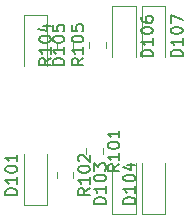
<source format=gbr>
G04 #@! TF.GenerationSoftware,KiCad,Pcbnew,5.0.0*
G04 #@! TF.CreationDate,2018-08-13T16:41:50-03:00*
G04 #@! TF.ProjectId,drv18,64727631382E6B696361645F70636200,rev?*
G04 #@! TF.SameCoordinates,Original*
G04 #@! TF.FileFunction,Legend,Top*
G04 #@! TF.FilePolarity,Positive*
%FSLAX46Y46*%
G04 Gerber Fmt 4.6, Leading zero omitted, Abs format (unit mm)*
G04 Created by KiCad (PCBNEW 5.0.0) date Mon Aug 13 16:41:50 2018*
%MOMM*%
%LPD*%
G01*
G04 APERTURE LIST*
%ADD10C,0.120000*%
%ADD11C,0.150000*%
G04 APERTURE END LIST*
D10*
G04 #@! TO.C,D106*
X161750000Y-85000000D02*
X161750000Y-80700000D01*
X161750000Y-80700000D02*
X159750000Y-80700000D01*
X159750000Y-80700000D02*
X159750000Y-85000000D01*
G04 #@! TO.C,D107*
X162250000Y-80700000D02*
X162250000Y-85000000D01*
X164250000Y-80700000D02*
X162250000Y-80700000D01*
X164250000Y-85000000D02*
X164250000Y-80700000D01*
G04 #@! TO.C,D105*
X154250000Y-85750000D02*
X154250000Y-81450000D01*
X154250000Y-81450000D02*
X152250000Y-81450000D01*
X152250000Y-81450000D02*
X152250000Y-85750000D01*
G04 #@! TO.C,D103*
X161750000Y-98300000D02*
X161750000Y-94000000D01*
X159750000Y-98300000D02*
X161750000Y-98300000D01*
X159750000Y-94000000D02*
X159750000Y-98300000D01*
G04 #@! TO.C,D101*
X154250000Y-97550000D02*
X154250000Y-93250000D01*
X152250000Y-97550000D02*
X154250000Y-97550000D01*
X152250000Y-93250000D02*
X152250000Y-97550000D01*
G04 #@! TO.C,D104*
X162250000Y-94000000D02*
X162250000Y-98300000D01*
X162250000Y-98300000D02*
X164250000Y-98300000D01*
X164250000Y-98300000D02*
X164250000Y-94000000D01*
G04 #@! TO.C,R105*
X159210000Y-84236252D02*
X159210000Y-83713748D01*
X157790000Y-84236252D02*
X157790000Y-83713748D01*
G04 #@! TO.C,R101*
X157540000Y-92713748D02*
X157540000Y-93236252D01*
X158960000Y-92713748D02*
X158960000Y-93236252D01*
G04 #@! TO.C,R102*
X156460000Y-94738748D02*
X156460000Y-95261252D01*
X155040000Y-94738748D02*
X155040000Y-95261252D01*
G04 #@! TO.C,R104*
X155040000Y-84261252D02*
X155040000Y-83738748D01*
X156460000Y-84261252D02*
X156460000Y-83738748D01*
G04 #@! TO.C,D106*
D11*
X163202380Y-84940476D02*
X162202380Y-84940476D01*
X162202380Y-84702380D01*
X162250000Y-84559523D01*
X162345238Y-84464285D01*
X162440476Y-84416666D01*
X162630952Y-84369047D01*
X162773809Y-84369047D01*
X162964285Y-84416666D01*
X163059523Y-84464285D01*
X163154761Y-84559523D01*
X163202380Y-84702380D01*
X163202380Y-84940476D01*
X163202380Y-83416666D02*
X163202380Y-83988095D01*
X163202380Y-83702380D02*
X162202380Y-83702380D01*
X162345238Y-83797619D01*
X162440476Y-83892857D01*
X162488095Y-83988095D01*
X162202380Y-82797619D02*
X162202380Y-82702380D01*
X162250000Y-82607142D01*
X162297619Y-82559523D01*
X162392857Y-82511904D01*
X162583333Y-82464285D01*
X162821428Y-82464285D01*
X163011904Y-82511904D01*
X163107142Y-82559523D01*
X163154761Y-82607142D01*
X163202380Y-82702380D01*
X163202380Y-82797619D01*
X163154761Y-82892857D01*
X163107142Y-82940476D01*
X163011904Y-82988095D01*
X162821428Y-83035714D01*
X162583333Y-83035714D01*
X162392857Y-82988095D01*
X162297619Y-82940476D01*
X162250000Y-82892857D01*
X162202380Y-82797619D01*
X162202380Y-81607142D02*
X162202380Y-81797619D01*
X162250000Y-81892857D01*
X162297619Y-81940476D01*
X162440476Y-82035714D01*
X162630952Y-82083333D01*
X163011904Y-82083333D01*
X163107142Y-82035714D01*
X163154761Y-81988095D01*
X163202380Y-81892857D01*
X163202380Y-81702380D01*
X163154761Y-81607142D01*
X163107142Y-81559523D01*
X163011904Y-81511904D01*
X162773809Y-81511904D01*
X162678571Y-81559523D01*
X162630952Y-81607142D01*
X162583333Y-81702380D01*
X162583333Y-81892857D01*
X162630952Y-81988095D01*
X162678571Y-82035714D01*
X162773809Y-82083333D01*
G04 #@! TO.C,D107*
X165702380Y-84940476D02*
X164702380Y-84940476D01*
X164702380Y-84702380D01*
X164750000Y-84559523D01*
X164845238Y-84464285D01*
X164940476Y-84416666D01*
X165130952Y-84369047D01*
X165273809Y-84369047D01*
X165464285Y-84416666D01*
X165559523Y-84464285D01*
X165654761Y-84559523D01*
X165702380Y-84702380D01*
X165702380Y-84940476D01*
X165702380Y-83416666D02*
X165702380Y-83988095D01*
X165702380Y-83702380D02*
X164702380Y-83702380D01*
X164845238Y-83797619D01*
X164940476Y-83892857D01*
X164988095Y-83988095D01*
X164702380Y-82797619D02*
X164702380Y-82702380D01*
X164750000Y-82607142D01*
X164797619Y-82559523D01*
X164892857Y-82511904D01*
X165083333Y-82464285D01*
X165321428Y-82464285D01*
X165511904Y-82511904D01*
X165607142Y-82559523D01*
X165654761Y-82607142D01*
X165702380Y-82702380D01*
X165702380Y-82797619D01*
X165654761Y-82892857D01*
X165607142Y-82940476D01*
X165511904Y-82988095D01*
X165321428Y-83035714D01*
X165083333Y-83035714D01*
X164892857Y-82988095D01*
X164797619Y-82940476D01*
X164750000Y-82892857D01*
X164702380Y-82797619D01*
X164702380Y-82130952D02*
X164702380Y-81464285D01*
X165702380Y-81892857D01*
G04 #@! TO.C,D105*
X155702380Y-85690476D02*
X154702380Y-85690476D01*
X154702380Y-85452380D01*
X154750000Y-85309523D01*
X154845238Y-85214285D01*
X154940476Y-85166666D01*
X155130952Y-85119047D01*
X155273809Y-85119047D01*
X155464285Y-85166666D01*
X155559523Y-85214285D01*
X155654761Y-85309523D01*
X155702380Y-85452380D01*
X155702380Y-85690476D01*
X155702380Y-84166666D02*
X155702380Y-84738095D01*
X155702380Y-84452380D02*
X154702380Y-84452380D01*
X154845238Y-84547619D01*
X154940476Y-84642857D01*
X154988095Y-84738095D01*
X154702380Y-83547619D02*
X154702380Y-83452380D01*
X154750000Y-83357142D01*
X154797619Y-83309523D01*
X154892857Y-83261904D01*
X155083333Y-83214285D01*
X155321428Y-83214285D01*
X155511904Y-83261904D01*
X155607142Y-83309523D01*
X155654761Y-83357142D01*
X155702380Y-83452380D01*
X155702380Y-83547619D01*
X155654761Y-83642857D01*
X155607142Y-83690476D01*
X155511904Y-83738095D01*
X155321428Y-83785714D01*
X155083333Y-83785714D01*
X154892857Y-83738095D01*
X154797619Y-83690476D01*
X154750000Y-83642857D01*
X154702380Y-83547619D01*
X154702380Y-82309523D02*
X154702380Y-82785714D01*
X155178571Y-82833333D01*
X155130952Y-82785714D01*
X155083333Y-82690476D01*
X155083333Y-82452380D01*
X155130952Y-82357142D01*
X155178571Y-82309523D01*
X155273809Y-82261904D01*
X155511904Y-82261904D01*
X155607142Y-82309523D01*
X155654761Y-82357142D01*
X155702380Y-82452380D01*
X155702380Y-82690476D01*
X155654761Y-82785714D01*
X155607142Y-82833333D01*
G04 #@! TO.C,D103*
X159202380Y-97440476D02*
X158202380Y-97440476D01*
X158202380Y-97202380D01*
X158250000Y-97059523D01*
X158345238Y-96964285D01*
X158440476Y-96916666D01*
X158630952Y-96869047D01*
X158773809Y-96869047D01*
X158964285Y-96916666D01*
X159059523Y-96964285D01*
X159154761Y-97059523D01*
X159202380Y-97202380D01*
X159202380Y-97440476D01*
X159202380Y-95916666D02*
X159202380Y-96488095D01*
X159202380Y-96202380D02*
X158202380Y-96202380D01*
X158345238Y-96297619D01*
X158440476Y-96392857D01*
X158488095Y-96488095D01*
X158202380Y-95297619D02*
X158202380Y-95202380D01*
X158250000Y-95107142D01*
X158297619Y-95059523D01*
X158392857Y-95011904D01*
X158583333Y-94964285D01*
X158821428Y-94964285D01*
X159011904Y-95011904D01*
X159107142Y-95059523D01*
X159154761Y-95107142D01*
X159202380Y-95202380D01*
X159202380Y-95297619D01*
X159154761Y-95392857D01*
X159107142Y-95440476D01*
X159011904Y-95488095D01*
X158821428Y-95535714D01*
X158583333Y-95535714D01*
X158392857Y-95488095D01*
X158297619Y-95440476D01*
X158250000Y-95392857D01*
X158202380Y-95297619D01*
X158202380Y-94630952D02*
X158202380Y-94011904D01*
X158583333Y-94345238D01*
X158583333Y-94202380D01*
X158630952Y-94107142D01*
X158678571Y-94059523D01*
X158773809Y-94011904D01*
X159011904Y-94011904D01*
X159107142Y-94059523D01*
X159154761Y-94107142D01*
X159202380Y-94202380D01*
X159202380Y-94488095D01*
X159154761Y-94583333D01*
X159107142Y-94630952D01*
G04 #@! TO.C,D101*
X151702380Y-96690476D02*
X150702380Y-96690476D01*
X150702380Y-96452380D01*
X150750000Y-96309523D01*
X150845238Y-96214285D01*
X150940476Y-96166666D01*
X151130952Y-96119047D01*
X151273809Y-96119047D01*
X151464285Y-96166666D01*
X151559523Y-96214285D01*
X151654761Y-96309523D01*
X151702380Y-96452380D01*
X151702380Y-96690476D01*
X151702380Y-95166666D02*
X151702380Y-95738095D01*
X151702380Y-95452380D02*
X150702380Y-95452380D01*
X150845238Y-95547619D01*
X150940476Y-95642857D01*
X150988095Y-95738095D01*
X150702380Y-94547619D02*
X150702380Y-94452380D01*
X150750000Y-94357142D01*
X150797619Y-94309523D01*
X150892857Y-94261904D01*
X151083333Y-94214285D01*
X151321428Y-94214285D01*
X151511904Y-94261904D01*
X151607142Y-94309523D01*
X151654761Y-94357142D01*
X151702380Y-94452380D01*
X151702380Y-94547619D01*
X151654761Y-94642857D01*
X151607142Y-94690476D01*
X151511904Y-94738095D01*
X151321428Y-94785714D01*
X151083333Y-94785714D01*
X150892857Y-94738095D01*
X150797619Y-94690476D01*
X150750000Y-94642857D01*
X150702380Y-94547619D01*
X151702380Y-93261904D02*
X151702380Y-93833333D01*
X151702380Y-93547619D02*
X150702380Y-93547619D01*
X150845238Y-93642857D01*
X150940476Y-93738095D01*
X150988095Y-93833333D01*
G04 #@! TO.C,D104*
X161702380Y-97440476D02*
X160702380Y-97440476D01*
X160702380Y-97202380D01*
X160750000Y-97059523D01*
X160845238Y-96964285D01*
X160940476Y-96916666D01*
X161130952Y-96869047D01*
X161273809Y-96869047D01*
X161464285Y-96916666D01*
X161559523Y-96964285D01*
X161654761Y-97059523D01*
X161702380Y-97202380D01*
X161702380Y-97440476D01*
X161702380Y-95916666D02*
X161702380Y-96488095D01*
X161702380Y-96202380D02*
X160702380Y-96202380D01*
X160845238Y-96297619D01*
X160940476Y-96392857D01*
X160988095Y-96488095D01*
X160702380Y-95297619D02*
X160702380Y-95202380D01*
X160750000Y-95107142D01*
X160797619Y-95059523D01*
X160892857Y-95011904D01*
X161083333Y-94964285D01*
X161321428Y-94964285D01*
X161511904Y-95011904D01*
X161607142Y-95059523D01*
X161654761Y-95107142D01*
X161702380Y-95202380D01*
X161702380Y-95297619D01*
X161654761Y-95392857D01*
X161607142Y-95440476D01*
X161511904Y-95488095D01*
X161321428Y-95535714D01*
X161083333Y-95535714D01*
X160892857Y-95488095D01*
X160797619Y-95440476D01*
X160750000Y-95392857D01*
X160702380Y-95297619D01*
X161035714Y-94107142D02*
X161702380Y-94107142D01*
X160654761Y-94345238D02*
X161369047Y-94583333D01*
X161369047Y-93964285D01*
G04 #@! TO.C,R105*
X157302380Y-85094047D02*
X156826190Y-85427380D01*
X157302380Y-85665476D02*
X156302380Y-85665476D01*
X156302380Y-85284523D01*
X156350000Y-85189285D01*
X156397619Y-85141666D01*
X156492857Y-85094047D01*
X156635714Y-85094047D01*
X156730952Y-85141666D01*
X156778571Y-85189285D01*
X156826190Y-85284523D01*
X156826190Y-85665476D01*
X157302380Y-84141666D02*
X157302380Y-84713095D01*
X157302380Y-84427380D02*
X156302380Y-84427380D01*
X156445238Y-84522619D01*
X156540476Y-84617857D01*
X156588095Y-84713095D01*
X156302380Y-83522619D02*
X156302380Y-83427380D01*
X156350000Y-83332142D01*
X156397619Y-83284523D01*
X156492857Y-83236904D01*
X156683333Y-83189285D01*
X156921428Y-83189285D01*
X157111904Y-83236904D01*
X157207142Y-83284523D01*
X157254761Y-83332142D01*
X157302380Y-83427380D01*
X157302380Y-83522619D01*
X157254761Y-83617857D01*
X157207142Y-83665476D01*
X157111904Y-83713095D01*
X156921428Y-83760714D01*
X156683333Y-83760714D01*
X156492857Y-83713095D01*
X156397619Y-83665476D01*
X156350000Y-83617857D01*
X156302380Y-83522619D01*
X156302380Y-82284523D02*
X156302380Y-82760714D01*
X156778571Y-82808333D01*
X156730952Y-82760714D01*
X156683333Y-82665476D01*
X156683333Y-82427380D01*
X156730952Y-82332142D01*
X156778571Y-82284523D01*
X156873809Y-82236904D01*
X157111904Y-82236904D01*
X157207142Y-82284523D01*
X157254761Y-82332142D01*
X157302380Y-82427380D01*
X157302380Y-82665476D01*
X157254761Y-82760714D01*
X157207142Y-82808333D01*
G04 #@! TO.C,R101*
X160352380Y-94094047D02*
X159876190Y-94427380D01*
X160352380Y-94665476D02*
X159352380Y-94665476D01*
X159352380Y-94284523D01*
X159400000Y-94189285D01*
X159447619Y-94141666D01*
X159542857Y-94094047D01*
X159685714Y-94094047D01*
X159780952Y-94141666D01*
X159828571Y-94189285D01*
X159876190Y-94284523D01*
X159876190Y-94665476D01*
X160352380Y-93141666D02*
X160352380Y-93713095D01*
X160352380Y-93427380D02*
X159352380Y-93427380D01*
X159495238Y-93522619D01*
X159590476Y-93617857D01*
X159638095Y-93713095D01*
X159352380Y-92522619D02*
X159352380Y-92427380D01*
X159400000Y-92332142D01*
X159447619Y-92284523D01*
X159542857Y-92236904D01*
X159733333Y-92189285D01*
X159971428Y-92189285D01*
X160161904Y-92236904D01*
X160257142Y-92284523D01*
X160304761Y-92332142D01*
X160352380Y-92427380D01*
X160352380Y-92522619D01*
X160304761Y-92617857D01*
X160257142Y-92665476D01*
X160161904Y-92713095D01*
X159971428Y-92760714D01*
X159733333Y-92760714D01*
X159542857Y-92713095D01*
X159447619Y-92665476D01*
X159400000Y-92617857D01*
X159352380Y-92522619D01*
X160352380Y-91236904D02*
X160352380Y-91808333D01*
X160352380Y-91522619D02*
X159352380Y-91522619D01*
X159495238Y-91617857D01*
X159590476Y-91713095D01*
X159638095Y-91808333D01*
G04 #@! TO.C,R102*
X157852380Y-96119047D02*
X157376190Y-96452380D01*
X157852380Y-96690476D02*
X156852380Y-96690476D01*
X156852380Y-96309523D01*
X156900000Y-96214285D01*
X156947619Y-96166666D01*
X157042857Y-96119047D01*
X157185714Y-96119047D01*
X157280952Y-96166666D01*
X157328571Y-96214285D01*
X157376190Y-96309523D01*
X157376190Y-96690476D01*
X157852380Y-95166666D02*
X157852380Y-95738095D01*
X157852380Y-95452380D02*
X156852380Y-95452380D01*
X156995238Y-95547619D01*
X157090476Y-95642857D01*
X157138095Y-95738095D01*
X156852380Y-94547619D02*
X156852380Y-94452380D01*
X156900000Y-94357142D01*
X156947619Y-94309523D01*
X157042857Y-94261904D01*
X157233333Y-94214285D01*
X157471428Y-94214285D01*
X157661904Y-94261904D01*
X157757142Y-94309523D01*
X157804761Y-94357142D01*
X157852380Y-94452380D01*
X157852380Y-94547619D01*
X157804761Y-94642857D01*
X157757142Y-94690476D01*
X157661904Y-94738095D01*
X157471428Y-94785714D01*
X157233333Y-94785714D01*
X157042857Y-94738095D01*
X156947619Y-94690476D01*
X156900000Y-94642857D01*
X156852380Y-94547619D01*
X156947619Y-93833333D02*
X156900000Y-93785714D01*
X156852380Y-93690476D01*
X156852380Y-93452380D01*
X156900000Y-93357142D01*
X156947619Y-93309523D01*
X157042857Y-93261904D01*
X157138095Y-93261904D01*
X157280952Y-93309523D01*
X157852380Y-93880952D01*
X157852380Y-93261904D01*
G04 #@! TO.C,R104*
X154552380Y-85119047D02*
X154076190Y-85452380D01*
X154552380Y-85690476D02*
X153552380Y-85690476D01*
X153552380Y-85309523D01*
X153600000Y-85214285D01*
X153647619Y-85166666D01*
X153742857Y-85119047D01*
X153885714Y-85119047D01*
X153980952Y-85166666D01*
X154028571Y-85214285D01*
X154076190Y-85309523D01*
X154076190Y-85690476D01*
X154552380Y-84166666D02*
X154552380Y-84738095D01*
X154552380Y-84452380D02*
X153552380Y-84452380D01*
X153695238Y-84547619D01*
X153790476Y-84642857D01*
X153838095Y-84738095D01*
X153552380Y-83547619D02*
X153552380Y-83452380D01*
X153600000Y-83357142D01*
X153647619Y-83309523D01*
X153742857Y-83261904D01*
X153933333Y-83214285D01*
X154171428Y-83214285D01*
X154361904Y-83261904D01*
X154457142Y-83309523D01*
X154504761Y-83357142D01*
X154552380Y-83452380D01*
X154552380Y-83547619D01*
X154504761Y-83642857D01*
X154457142Y-83690476D01*
X154361904Y-83738095D01*
X154171428Y-83785714D01*
X153933333Y-83785714D01*
X153742857Y-83738095D01*
X153647619Y-83690476D01*
X153600000Y-83642857D01*
X153552380Y-83547619D01*
X153885714Y-82357142D02*
X154552380Y-82357142D01*
X153504761Y-82595238D02*
X154219047Y-82833333D01*
X154219047Y-82214285D01*
G04 #@! TD*
M02*

</source>
